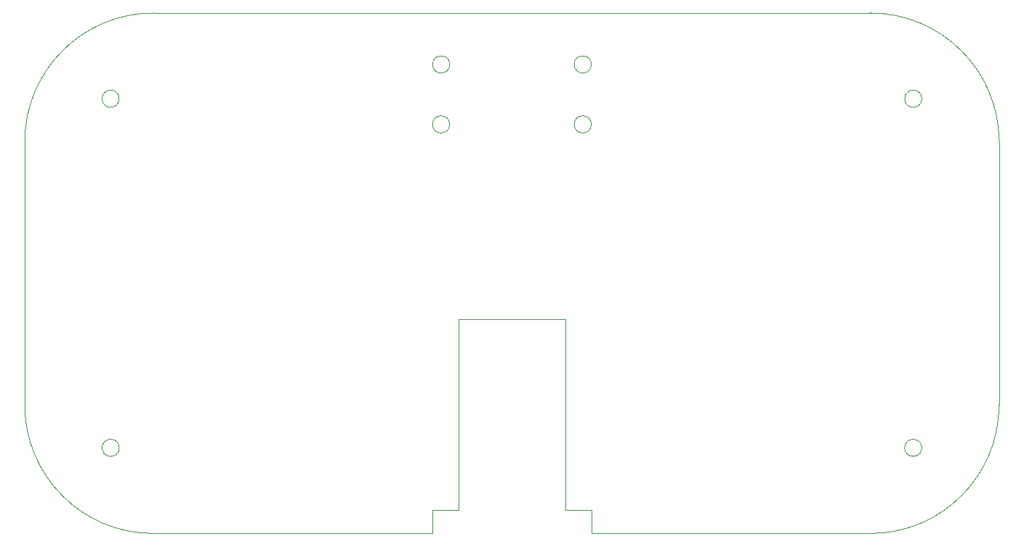
<source format=gm1>
%TF.GenerationSoftware,KiCad,Pcbnew,(6.0.9)*%
%TF.CreationDate,2023-05-29T17:24:41+10:00*%
%TF.ProjectId,Joysticks,4a6f7973-7469-4636-9b73-2e6b69636164,rev?*%
%TF.SameCoordinates,PX3d09000PY568bc30*%
%TF.FileFunction,Profile,NP*%
%FSLAX46Y46*%
G04 Gerber Fmt 4.6, Leading zero omitted, Abs format (unit mm)*
G04 Created by KiCad (PCBNEW (6.0.9)) date 2023-05-29 17:24:41*
%MOMM*%
%LPD*%
G01*
G04 APERTURE LIST*
%TA.AperFunction,Profile*%
%ADD10C,0.100000*%
%TD*%
G04 APERTURE END LIST*
D10*
X42250000Y-40000000D02*
X45250000Y-40000000D01*
X-5750000Y18000000D02*
X77750000Y18000000D01*
X29750000Y-17750000D02*
X42250000Y-17750000D01*
X-5750000Y18000000D02*
G75*
G03*
X-20750000Y3000000I0J-15000000D01*
G01*
X92750000Y3000000D02*
G75*
G03*
X77750000Y18000000I-15000000J0D01*
G01*
X-20750000Y-27750000D02*
X-20750000Y3000000D01*
X83750000Y-32750000D02*
G75*
G03*
X83750000Y-32750000I-1000000J0D01*
G01*
X92750000Y3000000D02*
X92750000Y-27750000D01*
X45250000Y12000000D02*
G75*
G03*
X45250000Y12000000I-1000000J0D01*
G01*
X-9750000Y-32750000D02*
G75*
G03*
X-9750000Y-32750000I-1000000J0D01*
G01*
X28750000Y5000000D02*
G75*
G03*
X28750000Y5000000I-1000000J0D01*
G01*
X26750000Y-42750000D02*
X26750000Y-40000000D01*
X45250000Y5000000D02*
G75*
G03*
X45250000Y5000000I-1000000J0D01*
G01*
X-9750000Y8000000D02*
G75*
G03*
X-9750000Y8000000I-1000000J0D01*
G01*
X26750000Y-40000000D02*
X29750000Y-40000000D01*
X-20750000Y-27750000D02*
G75*
G03*
X-5750000Y-42750000I15000000J0D01*
G01*
X29750000Y-40000000D02*
X29750000Y-17750000D01*
X42250000Y-17750000D02*
X42250000Y-40000000D01*
X77750000Y-42750000D02*
X45250000Y-42750000D01*
X26750000Y-42750000D02*
X-5750000Y-42750000D01*
X77750000Y-42750000D02*
G75*
G03*
X92750000Y-27750000I0J15000000D01*
G01*
X83750000Y8000000D02*
G75*
G03*
X83750000Y8000000I-1000000J0D01*
G01*
X28750000Y12000000D02*
G75*
G03*
X28750000Y12000000I-1000000J0D01*
G01*
X45250000Y-40000000D02*
X45250000Y-42750000D01*
M02*

</source>
